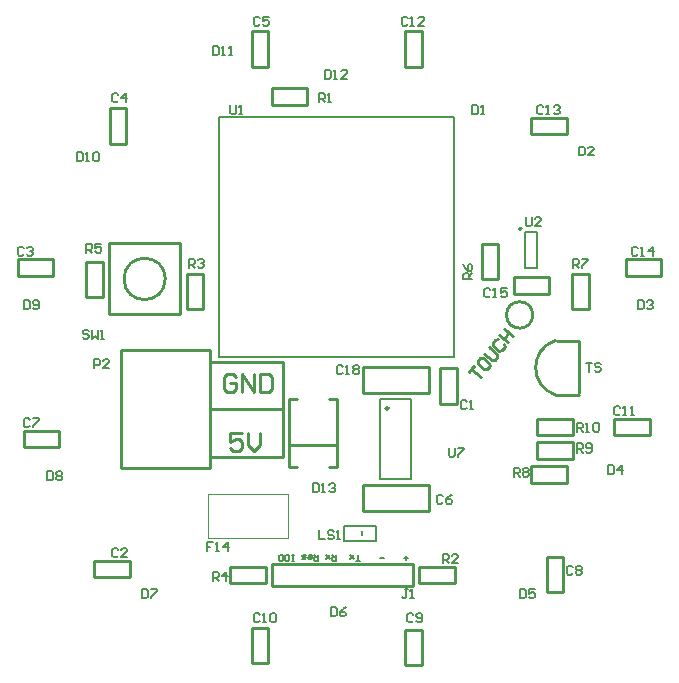
<source format=gto>
G04 Layer_Color=65535*
%FSTAX42Y42*%
%MOMM*%
G71*
G01*
G75*
%ADD29C,0.25*%
%ADD39C,0.25*%
%ADD40C,0.15*%
%ADD41C,0.20*%
%ADD42C,0.10*%
%ADD43C,0.13*%
D29*
X025879Y041476D02*
G03*
X025879Y041019I000076J-000229D01*
G01*
X025591Y042424D02*
G03*
X025591Y042424I-000007J0D01*
G01*
X022578Y041999D02*
G03*
X022578Y041999I-000175J0D01*
G01*
X02569Y041694D02*
G03*
X02569Y041694I-000112J0D01*
G01*
X022203Y041394D02*
X022953D01*
X022203Y040394D02*
Y041394D01*
Y040394D02*
X022953D01*
Y041394D01*
X025728Y040474D02*
Y040614D01*
Y040474D02*
X026028D01*
Y040614D01*
X025728D02*
X026028D01*
X025978Y040274D02*
Y040414D01*
X025678D02*
X025978D01*
X025678Y040274D02*
Y040414D01*
Y040274D02*
X025978D01*
X026028Y040674D02*
Y040814D01*
X025728D02*
X026028D01*
X025728Y040674D02*
Y040814D01*
Y040674D02*
X026028D01*
X022758Y042044D02*
X022898D01*
X022758Y041744D02*
Y042044D01*
Y041744D02*
X022898D01*
Y042044D01*
X023478Y043474D02*
Y043614D01*
Y043474D02*
X023778D01*
Y043614D01*
X023478D02*
X023778D01*
X024908Y040944D02*
X025048D01*
Y041244D01*
X024908D02*
X025048D01*
X024908Y040944D02*
Y041244D01*
X026023Y041744D02*
Y042044D01*
X026163D01*
Y041744D02*
Y042044D01*
X026023Y041744D02*
X026163D01*
X026082Y041032D02*
Y041476D01*
X025879Y041019D02*
X026082D01*
X025892Y041476D02*
X026082D01*
X025258Y041994D02*
Y042294D01*
X025398D01*
Y041994D02*
Y042294D01*
X025258Y041994D02*
X025398D01*
X025528Y041874D02*
X025828D01*
X025528D02*
Y042014D01*
X025828D01*
Y041874D02*
Y042014D01*
X021908Y041844D02*
Y042144D01*
X022048D01*
Y041844D02*
Y042144D01*
X021908Y041844D02*
X022048D01*
X022103Y041699D02*
X022703D01*
Y042299D01*
X022103D02*
X022703D01*
X022103Y041699D02*
Y042299D01*
X023968Y040981D02*
X024028D01*
X023628D02*
X023689D01*
X023968Y040409D02*
X024028D01*
X023628D02*
X023689D01*
X023628D02*
Y040981D01*
X024028Y040409D02*
Y040981D01*
X023628Y040595D02*
X024026D01*
X024248Y041254D02*
X024808D01*
Y041034D02*
Y041254D01*
X024248Y041034D02*
X024808D01*
X024248D02*
Y041254D01*
X024248Y040034D02*
X024808D01*
X024248D02*
Y040254D01*
X024808D01*
Y040034D02*
Y040254D01*
X025028Y039424D02*
Y039564D01*
X024728D02*
X025028D01*
X024728Y039424D02*
Y039564D01*
Y039424D02*
X025028D01*
X023484Y0394D02*
Y039585D01*
Y0394D02*
X024672D01*
Y039585D01*
X023484D02*
X024672D01*
X023428Y039424D02*
Y039564D01*
X023128D02*
X023428D01*
X023128Y039424D02*
Y039564D01*
Y039424D02*
X023428D01*
X023308Y038744D02*
X023448D01*
Y039044D01*
X023308D02*
X023448D01*
X023308Y038744D02*
Y039044D01*
X024608Y038728D02*
X024748D01*
Y039028D01*
X024608D02*
X024748D01*
X024608Y038728D02*
Y039028D01*
X025808Y039344D02*
X025948D01*
Y039644D01*
X025808D02*
X025948D01*
X025808Y039344D02*
Y039644D01*
X026678Y040674D02*
Y040814D01*
X026378D02*
X026678D01*
X026378Y040674D02*
Y040814D01*
Y040674D02*
X026678D01*
X026778Y042024D02*
Y042164D01*
X026478D02*
X026778D01*
X026478Y042024D02*
Y042164D01*
Y042024D02*
X026778D01*
X025978Y043224D02*
Y043364D01*
X025678D02*
X025978D01*
X025678Y043224D02*
Y043364D01*
Y043224D02*
X025978D01*
X024608Y044094D02*
X024748D01*
X024608Y043794D02*
Y044094D01*
Y043794D02*
X024748D01*
Y044094D01*
X023308D02*
X023448D01*
X023308Y043794D02*
Y044094D01*
Y043794D02*
X023448D01*
Y044094D01*
X022108Y043444D02*
X022248D01*
X022108Y043144D02*
Y043444D01*
Y043144D02*
X022248D01*
Y043444D01*
X021328Y042024D02*
Y042164D01*
Y042024D02*
X021628D01*
Y042164D01*
X021328D02*
X021628D01*
X021378Y040574D02*
Y040714D01*
Y040574D02*
X021678D01*
Y040714D01*
X021378D02*
X021678D01*
X021978Y039474D02*
Y039614D01*
Y039474D02*
X022278D01*
Y039614D01*
X021978D02*
X022278D01*
X022953Y040894D02*
X023578D01*
X022953Y041294D02*
X023578D01*
Y040494D02*
Y041294D01*
X022953Y040494D02*
X023578D01*
X025149Y041207D02*
X025191Y04126D01*
X02517Y041234D01*
X025249Y04117D01*
X025244Y041326D02*
X025223Y0413D01*
X025226Y041276D01*
X025278Y041234D01*
X025302Y041236D01*
X025323Y041263D01*
X025321Y041287D01*
X025268Y041329D01*
X025244Y041326D01*
X025276Y041366D02*
X025342Y041313D01*
X025366Y041316D01*
X025387Y041342D01*
X025384Y041366D01*
X025318Y041419D01*
X025395Y041487D02*
X025371Y041485D01*
X02535Y041458D01*
X025353Y041435D01*
X025405Y041392D01*
X025429Y041395D01*
X02545Y041421D01*
X025448Y041445D01*
X025403Y041524D02*
X025482Y041461D01*
X025442Y041493D01*
X025485Y041546D01*
X025445Y041577D01*
X025524Y041514D01*
X02323Y040696D02*
X023128D01*
Y04062D01*
X023179Y040645D01*
X023204D01*
X02323Y04062D01*
Y040569D01*
X023204Y040544D01*
X023154D01*
X023128Y040569D01*
X023281Y040696D02*
Y040595D01*
X023331Y040544D01*
X023382Y040595D01*
Y040696D01*
X02318Y041171D02*
X023154Y041196D01*
X023104D01*
X023078Y041171D01*
Y041069D01*
X023104Y041044D01*
X023154D01*
X02318Y041069D01*
Y04112D01*
X023129D01*
X023231Y041044D02*
Y041196D01*
X023332Y041044D01*
Y041196D01*
X023383D02*
Y041044D01*
X023459D01*
X023485Y041069D01*
Y041171D01*
X023459Y041196D01*
X023383D01*
D39*
X024468Y040904D02*
G03*
X024468Y040904I-000012J0D01*
G01*
D40*
X024243Y039827D02*
Y039863D01*
X024093Y039784D02*
Y039904D01*
Y039784D02*
X024363D01*
Y039904D01*
X024093D02*
X024363D01*
D41*
X025729Y042089D02*
Y042399D01*
X025625Y042089D02*
Y042399D01*
Y042089D02*
X025729D01*
X025625Y042399D02*
X025729D01*
X024398Y040309D02*
Y040979D01*
X024658Y040309D02*
Y040979D01*
X024398D02*
X024658D01*
X024398Y040309D02*
X024658D01*
X025026Y041341D02*
Y043369D01*
X023031Y041341D02*
X025026D01*
X023031D02*
Y043369D01*
X025026D01*
D42*
X022943Y040179D02*
X023614D01*
X022943Y039808D02*
X023614D01*
X022943D02*
Y040179D01*
X023614Y039808D02*
Y040179D01*
D43*
X02606Y040529D02*
Y040606D01*
X026098D01*
X026111Y040593D01*
Y040567D01*
X026098Y040555D01*
X02606D01*
X026086D02*
X026111Y040529D01*
X026136Y040542D02*
X026149Y040529D01*
X026175D01*
X026187Y040542D01*
Y040593D01*
X026175Y040606D01*
X026149D01*
X026136Y040593D01*
Y04058D01*
X026149Y040567D01*
X026187D01*
X025527Y040326D02*
Y040402D01*
X025565D01*
X025578Y04039D01*
Y040364D01*
X025565Y040352D01*
X025527D01*
X025552D02*
X025578Y040326D01*
X025603Y04039D02*
X025616Y040402D01*
X025641D01*
X025654Y04039D01*
Y040377D01*
X025641Y040364D01*
X025654Y040352D01*
Y040339D01*
X025641Y040326D01*
X025616D01*
X025603Y040339D01*
Y040352D01*
X025616Y040364D01*
X025603Y040377D01*
Y04039D01*
X025616Y040364D02*
X025641D01*
X02606Y040707D02*
Y040783D01*
X026098D01*
X026111Y040771D01*
Y040745D01*
X026098Y040733D01*
X02606D01*
X026086D02*
X026111Y040707D01*
X026136D02*
X026162D01*
X026149D01*
Y040783D01*
X026136Y040771D01*
X0262D02*
X026213Y040783D01*
X026238D01*
X026251Y040771D01*
Y04072D01*
X026238Y040707D01*
X026213D01*
X0262Y04072D01*
Y040771D01*
X023878Y03987D02*
Y039794D01*
X023929D01*
X024005Y039857D02*
X023993Y03987D01*
X023967D01*
X023954Y039857D01*
Y039845D01*
X023967Y039832D01*
X023993D01*
X024005Y039819D01*
Y039806D01*
X023993Y039794D01*
X023967D01*
X023954Y039806D01*
X024031Y039794D02*
X024056D01*
X024043D01*
Y03987D01*
X024031Y039857D01*
X022778Y042094D02*
Y04217D01*
X022816D01*
X022829Y042157D01*
Y042132D01*
X022816Y042119D01*
X022778D01*
X022804D02*
X022829Y042094D01*
X022854Y042157D02*
X022867Y04217D01*
X022893D01*
X022905Y042157D01*
Y042145D01*
X022893Y042132D01*
X02288D01*
X022893D01*
X022905Y042119D01*
Y042106D01*
X022893Y042094D01*
X022867D01*
X022854Y042106D01*
X023878Y043494D02*
Y04357D01*
X023916D01*
X023929Y043557D01*
Y043532D01*
X023916Y043519D01*
X023878D01*
X023904D02*
X023929Y043494D01*
X023954D02*
X02398D01*
X023967D01*
Y04357D01*
X023954Y043557D01*
X025129Y040957D02*
X025116Y04097D01*
X025091D01*
X025078Y040957D01*
Y040906D01*
X025091Y040894D01*
X025116D01*
X025129Y040906D01*
X025154Y040894D02*
X02518D01*
X025167D01*
Y04097D01*
X025154Y040957D01*
X026028Y042094D02*
Y04217D01*
X026066D01*
X026079Y042157D01*
Y042132D01*
X026066Y042119D01*
X026028D01*
X026054D02*
X026079Y042094D01*
X026104Y04217D02*
X026155D01*
Y042157D01*
X026104Y042106D01*
Y042094D01*
X026136Y041291D02*
X026187D01*
X026162D01*
Y041215D01*
X026263Y041279D02*
X026251Y041291D01*
X026225D01*
X026213Y041279D01*
Y041266D01*
X026225Y041253D01*
X026251D01*
X026263Y041241D01*
Y041228D01*
X026251Y041215D01*
X026225D01*
X026213Y041228D01*
X025178Y041994D02*
X025102D01*
Y042032D01*
X025115Y042045D01*
X02514D01*
X025153Y042032D01*
Y041994D01*
Y042019D02*
X025178Y042045D01*
X025102Y042121D02*
X025115Y042095D01*
X02514Y04207D01*
X025166D01*
X025178Y042083D01*
Y042108D01*
X025166Y042121D01*
X025153D01*
X02514Y042108D01*
Y04207D01*
X025628Y04252D02*
Y042456D01*
X025641Y042444D01*
X025666D01*
X025679Y042456D01*
Y04252D01*
X025755Y042444D02*
X025704D01*
X025755Y042495D01*
Y042507D01*
X025743Y04252D01*
X025717D01*
X025704Y042507D01*
X025329Y041907D02*
X025316Y04192D01*
X025291D01*
X025278Y041907D01*
Y041856D01*
X025291Y041844D01*
X025316D01*
X025329Y041856D01*
X025354Y041844D02*
X02538D01*
X025367D01*
Y04192D01*
X025354Y041907D01*
X025469Y04192D02*
X025418D01*
Y041882D01*
X025443Y041895D01*
X025456D01*
X025469Y041882D01*
Y041856D01*
X025456Y041844D01*
X025431D01*
X025418Y041856D01*
X021907Y04222D02*
Y042296D01*
X021946D01*
X021958Y042283D01*
Y042258D01*
X021946Y042245D01*
X021907D01*
X021933D02*
X021958Y04222D01*
X022034Y042296D02*
X021984D01*
Y042258D01*
X022009Y042271D01*
X022022D01*
X022034Y042258D01*
Y042233D01*
X022022Y04222D01*
X021996D01*
X021984Y042233D01*
X021929Y041557D02*
X021916Y04157D01*
X021891D01*
X021878Y041557D01*
Y041545D01*
X021891Y041532D01*
X021916D01*
X021929Y041519D01*
Y041506D01*
X021916Y041494D01*
X021891D01*
X021878Y041506D01*
X021954Y04157D02*
Y041494D01*
X02198Y041519D01*
X022005Y041494D01*
Y04157D01*
X022031Y041494D02*
X022056D01*
X022043D01*
Y04157D01*
X022031Y041557D01*
X021978Y041244D02*
Y04132D01*
X022016D01*
X022029Y041307D01*
Y041282D01*
X022016Y041269D01*
X021978D01*
X022105Y041244D02*
X022054D01*
X022105Y041295D01*
Y041307D01*
X022093Y04132D01*
X022067D01*
X022054Y041307D01*
X023828Y04027D02*
Y040194D01*
X023866D01*
X023879Y040206D01*
Y040257D01*
X023866Y04027D01*
X023828D01*
X023904Y040194D02*
X02393D01*
X023917D01*
Y04027D01*
X023904Y040257D01*
X023968D02*
X023981Y04027D01*
X024006D01*
X024019Y040257D01*
Y040245D01*
X024006Y040232D01*
X023993D01*
X024006D01*
X024019Y040219D01*
Y040206D01*
X024006Y040194D01*
X023981D01*
X023968Y040206D01*
X024079Y041257D02*
X024066Y04127D01*
X024041D01*
X024028Y041257D01*
Y041206D01*
X024041Y041194D01*
X024066D01*
X024079Y041206D01*
X024104Y041194D02*
X02413D01*
X024117D01*
Y04127D01*
X024104Y041257D01*
X024168D02*
X024181Y04127D01*
X024206D01*
X024219Y041257D01*
Y041245D01*
X024206Y041232D01*
X024219Y041219D01*
Y041206D01*
X024206Y041194D01*
X024181D01*
X024168Y041206D01*
Y041219D01*
X024181Y041232D01*
X024168Y041245D01*
Y041257D01*
X024181Y041232D02*
X024206D01*
X024978Y04057D02*
Y040506D01*
X024991Y040494D01*
X025016D01*
X025029Y040506D01*
Y04057D01*
X025054D02*
X025105D01*
Y040557D01*
X025054Y040506D01*
Y040494D01*
X024929Y040157D02*
X024916Y04017D01*
X024891D01*
X024878Y040157D01*
Y040106D01*
X024891Y040094D01*
X024916D01*
X024929Y040106D01*
X025005Y04017D02*
X02498Y040157D01*
X024954Y040132D01*
Y040106D01*
X024967Y040094D01*
X024993D01*
X025005Y040106D01*
Y040119D01*
X024993Y040132D01*
X024954D01*
X024928Y039594D02*
Y03967D01*
X024966D01*
X024979Y039657D01*
Y039632D01*
X024966Y039619D01*
X024928D01*
X024954D02*
X024979Y039594D01*
X025055D02*
X025004D01*
X025055Y039645D01*
Y039657D01*
X025043Y03967D01*
X025017D01*
X025004Y039657D01*
X024629Y03937D02*
X024604D01*
X024616D01*
Y039306D01*
X024604Y039294D01*
X024591D01*
X024578Y039306D01*
X024654Y039294D02*
X02468D01*
X024667D01*
Y03937D01*
X024654Y039357D01*
X024629Y039636D02*
X024595D01*
X024612Y039619D02*
Y039653D01*
X024426Y039636D02*
X024392D01*
X024223Y039611D02*
X024189D01*
X024206D01*
Y039661D01*
X024172Y039628D02*
X024138Y039661D01*
X024155Y039644D01*
X024138Y039628D01*
X024172Y039661D01*
X02402D02*
Y039611D01*
X023994D01*
X023986Y039619D01*
Y039636D01*
X023994Y039644D01*
X02402D01*
X024003D02*
X023986Y039661D01*
X023969Y039628D02*
X023935Y039661D01*
X023952Y039644D01*
X023935Y039628D01*
X023969Y039661D01*
X023867D02*
Y039611D01*
X023842D01*
X023833Y039619D01*
Y039636D01*
X023842Y039644D01*
X023867D01*
X02385D02*
X023833Y039661D01*
X023791D02*
X023808D01*
X023817Y039653D01*
Y039636D01*
X023808Y039628D01*
X023791D01*
X023783Y039636D01*
Y039644D01*
X023817D01*
X023766Y039661D02*
X02374D01*
X023732Y039653D01*
X02374Y039644D01*
X023757D01*
X023766Y039636D01*
X023757Y039628D01*
X023732D01*
X023664Y039611D02*
X023647D01*
X023656D01*
Y039661D01*
X023664D01*
X023647D01*
X023596Y039611D02*
X023613D01*
X023622Y039619D01*
Y039653D01*
X023613Y039661D01*
X023596D01*
X023588Y039653D01*
Y039619D01*
X023596Y039611D01*
X023571Y039619D02*
X023563Y039611D01*
X023546D01*
X023537Y039619D01*
Y039653D01*
X023546Y039661D01*
X023563D01*
X023571Y039653D01*
Y039619D01*
X022978Y039444D02*
Y03952D01*
X023016D01*
X023029Y039507D01*
Y039482D01*
X023016Y039469D01*
X022978D01*
X023004D02*
X023029Y039444D01*
X023093D02*
Y03952D01*
X023054Y039482D01*
X023105D01*
X023379Y039157D02*
X023366Y03917D01*
X023341D01*
X023328Y039157D01*
Y039106D01*
X023341Y039094D01*
X023366D01*
X023379Y039106D01*
X023404Y039094D02*
X02343D01*
X023417D01*
Y03917D01*
X023404Y039157D01*
X023468D02*
X023481Y03917D01*
X023506D01*
X023519Y039157D01*
Y039106D01*
X023506Y039094D01*
X023481D01*
X023468Y039106D01*
Y039157D01*
X023978Y03922D02*
Y039144D01*
X024016D01*
X024029Y039156D01*
Y039207D01*
X024016Y03922D01*
X023978D01*
X024105D02*
X02408Y039207D01*
X024054Y039182D01*
Y039156D01*
X024067Y039144D01*
X024093D01*
X024105Y039156D01*
Y039169D01*
X024093Y039182D01*
X024054D01*
X024679Y039157D02*
X024666Y03917D01*
X024641D01*
X024628Y039157D01*
Y039106D01*
X024641Y039094D01*
X024666D01*
X024679Y039106D01*
X024704D02*
X024717Y039094D01*
X024743D01*
X024755Y039106D01*
Y039157D01*
X024743Y03917D01*
X024717D01*
X024704Y039157D01*
Y039145D01*
X024717Y039132D01*
X024755D01*
X025578Y03937D02*
Y039294D01*
X025616D01*
X025629Y039306D01*
Y039357D01*
X025616Y03937D01*
X025578D01*
X025705D02*
X025654D01*
Y039332D01*
X02568Y039345D01*
X025693D01*
X025705Y039332D01*
Y039306D01*
X025693Y039294D01*
X025667D01*
X025654Y039306D01*
X026029Y039557D02*
X026016Y03957D01*
X025991D01*
X025978Y039557D01*
Y039506D01*
X025991Y039494D01*
X026016D01*
X026029Y039506D01*
X026054Y039557D02*
X026067Y03957D01*
X026093D01*
X026105Y039557D01*
Y039545D01*
X026093Y039532D01*
X026105Y039519D01*
Y039506D01*
X026093Y039494D01*
X026067D01*
X026054Y039506D01*
Y039519D01*
X026067Y039532D01*
X026054Y039545D01*
Y039557D01*
X026067Y039532D02*
X026093D01*
X026328Y04042D02*
Y040344D01*
X026366D01*
X026379Y040356D01*
Y040407D01*
X026366Y04042D01*
X026328D01*
X026443Y040344D02*
Y04042D01*
X026404Y040382D01*
X026455D01*
X026429Y040907D02*
X026416Y04092D01*
X026391D01*
X026378Y040907D01*
Y040856D01*
X026391Y040844D01*
X026416D01*
X026429Y040856D01*
X026454Y040844D02*
X02648D01*
X026467D01*
Y04092D01*
X026454Y040907D01*
X026518Y040844D02*
X026543D01*
X026531D01*
Y04092D01*
X026518Y040907D01*
X026578Y04182D02*
Y041744D01*
X026616D01*
X026629Y041756D01*
Y041807D01*
X026616Y04182D01*
X026578D01*
X026654Y041807D02*
X026667Y04182D01*
X026693D01*
X026705Y041807D01*
Y041795D01*
X026693Y041782D01*
X02668D01*
X026693D01*
X026705Y041769D01*
Y041756D01*
X026693Y041744D01*
X026667D01*
X026654Y041756D01*
X026579Y042257D02*
X026566Y04227D01*
X026541D01*
X026528Y042257D01*
Y042206D01*
X026541Y042194D01*
X026566D01*
X026579Y042206D01*
X026604Y042194D02*
X02663D01*
X026617D01*
Y04227D01*
X026604Y042257D01*
X026706Y042194D02*
Y04227D01*
X026668Y042232D01*
X026719D01*
X025779Y043457D02*
X025766Y04347D01*
X025741D01*
X025728Y043457D01*
Y043406D01*
X025741Y043394D01*
X025766D01*
X025779Y043406D01*
X025804Y043394D02*
X02583D01*
X025817D01*
Y04347D01*
X025804Y043457D01*
X025868D02*
X025881Y04347D01*
X025906D01*
X025919Y043457D01*
Y043445D01*
X025906Y043432D01*
X025893D01*
X025906D01*
X025919Y043419D01*
Y043406D01*
X025906Y043394D01*
X025881D01*
X025868Y043406D01*
X026078Y04312D02*
Y043044D01*
X026116D01*
X026129Y043056D01*
Y043107D01*
X026116Y04312D01*
X026078D01*
X026205Y043044D02*
X026154D01*
X026205Y043095D01*
Y043107D01*
X026193Y04312D01*
X026167D01*
X026154Y043107D01*
X025178Y04347D02*
Y043394D01*
X025216D01*
X025229Y043406D01*
Y043457D01*
X025216Y04347D01*
X025178D01*
X025254Y043394D02*
X02528D01*
X025267D01*
Y04347D01*
X025254Y043457D01*
X024629Y044207D02*
X024616Y04422D01*
X024591D01*
X024578Y044207D01*
Y044156D01*
X024591Y044144D01*
X024616D01*
X024629Y044156D01*
X024654Y044144D02*
X02468D01*
X024667D01*
Y04422D01*
X024654Y044207D01*
X024769Y044144D02*
X024718D01*
X024769Y044195D01*
Y044207D01*
X024756Y04422D01*
X024731D01*
X024718Y044207D01*
X023128Y04347D02*
Y043406D01*
X023141Y043394D01*
X023166D01*
X023179Y043406D01*
Y04347D01*
X023204Y043394D02*
X02323D01*
X023217D01*
Y04347D01*
X023204Y043457D01*
X023928Y04377D02*
Y043694D01*
X023966D01*
X023979Y043706D01*
Y043757D01*
X023966Y04377D01*
X023928D01*
X024004Y043694D02*
X02403D01*
X024017D01*
Y04377D01*
X024004Y043757D01*
X024119Y043694D02*
X024068D01*
X024119Y043745D01*
Y043757D01*
X024106Y04377D01*
X024081D01*
X024068Y043757D01*
X023379Y044207D02*
X023366Y04422D01*
X023341D01*
X023328Y044207D01*
Y044156D01*
X023341Y044144D01*
X023366D01*
X023379Y044156D01*
X023455Y04422D02*
X023404D01*
Y044182D01*
X02343Y044195D01*
X023443D01*
X023455Y044182D01*
Y044156D01*
X023443Y044144D01*
X023417D01*
X023404Y044156D01*
X022978Y04397D02*
Y043894D01*
X023016D01*
X023029Y043906D01*
Y043957D01*
X023016Y04397D01*
X022978D01*
X023054Y043894D02*
X02308D01*
X023067D01*
Y04397D01*
X023054Y043957D01*
X023118Y043894D02*
X023143D01*
X023131D01*
Y04397D01*
X023118Y043957D01*
X022179Y043557D02*
X022166Y04357D01*
X022141D01*
X022128Y043557D01*
Y043506D01*
X022141Y043494D01*
X022166D01*
X022179Y043506D01*
X022243Y043494D02*
Y04357D01*
X022204Y043532D01*
X022255D01*
X021828Y04307D02*
Y042994D01*
X021866D01*
X021879Y043006D01*
Y043057D01*
X021866Y04307D01*
X021828D01*
X021904Y042994D02*
X02193D01*
X021917D01*
Y04307D01*
X021904Y043057D01*
X021968D02*
X021981Y04307D01*
X022006D01*
X022019Y043057D01*
Y043006D01*
X022006Y042994D01*
X021981D01*
X021968Y043006D01*
Y043057D01*
X021379Y042257D02*
X021366Y04227D01*
X021341D01*
X021328Y042257D01*
Y042206D01*
X021341Y042194D01*
X021366D01*
X021379Y042206D01*
X021404Y042257D02*
X021417Y04227D01*
X021443D01*
X021455Y042257D01*
Y042245D01*
X021443Y042232D01*
X02143D01*
X021443D01*
X021455Y042219D01*
Y042206D01*
X021443Y042194D01*
X021417D01*
X021404Y042206D01*
X021378Y04182D02*
Y041744D01*
X021416D01*
X021429Y041756D01*
Y041807D01*
X021416Y04182D01*
X021378D01*
X021454Y041756D02*
X021467Y041744D01*
X021493D01*
X021505Y041756D01*
Y041807D01*
X021493Y04182D01*
X021467D01*
X021454Y041807D01*
Y041795D01*
X021467Y041782D01*
X021505D01*
X021429Y040807D02*
X021416Y04082D01*
X021391D01*
X021378Y040807D01*
Y040756D01*
X021391Y040744D01*
X021416D01*
X021429Y040756D01*
X021454Y04082D02*
X021505D01*
Y040807D01*
X021454Y040756D01*
Y040744D01*
X021578Y04037D02*
Y040294D01*
X021616D01*
X021629Y040306D01*
Y040357D01*
X021616Y04037D01*
X021578D01*
X021654Y040357D02*
X021667Y04037D01*
X021693D01*
X021705Y040357D01*
Y040345D01*
X021693Y040332D01*
X021705Y040319D01*
Y040306D01*
X021693Y040294D01*
X021667D01*
X021654Y040306D01*
Y040319D01*
X021667Y040332D01*
X021654Y040345D01*
Y040357D01*
X021667Y040332D02*
X021693D01*
X022979Y03977D02*
X022928D01*
Y039732D01*
X022954D01*
X022928D01*
Y039694D01*
X023004D02*
X02303D01*
X023017D01*
Y03977D01*
X023004Y039757D01*
X023106Y039694D02*
Y03977D01*
X023068Y039732D01*
X023119D01*
X022179Y039707D02*
X022166Y03972D01*
X022141D01*
X022128Y039707D01*
Y039656D01*
X022141Y039644D01*
X022166D01*
X022179Y039656D01*
X022255Y039644D02*
X022204D01*
X022255Y039695D01*
Y039707D01*
X022243Y03972D01*
X022217D01*
X022204Y039707D01*
X022378Y03937D02*
Y039294D01*
X022416D01*
X022429Y039306D01*
Y039357D01*
X022416Y03937D01*
X022378D01*
X022454D02*
X022505D01*
Y039357D01*
X022454Y039306D01*
Y039294D01*
M02*

</source>
